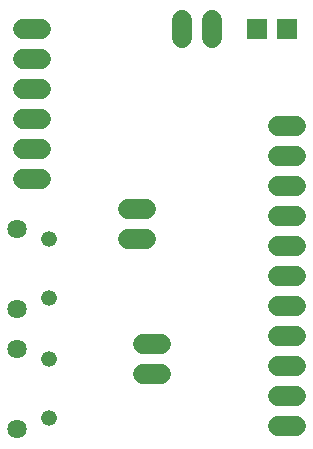
<source format=gbs>
G75*
%MOIN*%
%OFA0B0*%
%FSLAX24Y24*%
%IPPOS*%
%LPD*%
%AMOC8*
5,1,8,0,0,1.08239X$1,22.5*
%
%ADD10C,0.0650*%
%ADD11R,0.0650X0.0650*%
%ADD12C,0.0641*%
%ADD13C,0.0522*%
D10*
X005850Y004150D02*
X006450Y004150D01*
X006450Y005150D02*
X005850Y005150D01*
X005950Y008650D02*
X005350Y008650D01*
X005350Y009650D02*
X005950Y009650D01*
X002450Y010650D02*
X001850Y010650D01*
X001850Y011650D02*
X002450Y011650D01*
X002450Y012650D02*
X001850Y012650D01*
X001850Y013650D02*
X002450Y013650D01*
X002450Y014650D02*
X001850Y014650D01*
X001850Y015650D02*
X002450Y015650D01*
X007150Y015350D02*
X007150Y015950D01*
X008150Y015950D02*
X008150Y015350D01*
X010350Y012400D02*
X010950Y012400D01*
X010950Y011400D02*
X010350Y011400D01*
X010350Y010400D02*
X010950Y010400D01*
X010950Y009400D02*
X010350Y009400D01*
X010350Y008400D02*
X010950Y008400D01*
X010950Y007400D02*
X010350Y007400D01*
X010350Y006400D02*
X010950Y006400D01*
X010950Y005400D02*
X010350Y005400D01*
X010350Y004400D02*
X010950Y004400D01*
X010950Y003400D02*
X010350Y003400D01*
X010350Y002400D02*
X010950Y002400D01*
D11*
X010650Y015650D03*
X009650Y015650D03*
D12*
X001650Y002321D03*
X001650Y004979D03*
X001650Y006321D03*
X001650Y008979D03*
D13*
X002713Y008634D03*
X002713Y006666D03*
X002713Y004634D03*
X002713Y002666D03*
M02*

</source>
